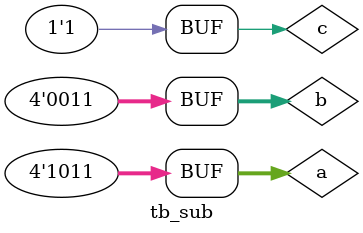
<source format=v>
`timescale 1ns / 1ps


module tb_sub(   );
reg [3:0]a,b;
reg c;
wire [3:0]diff;
subtractor s1(a,b,c,diff);
initial
begin
a=4'b0011;b=4'b1001;c=0;#40;
a=4'b1011;b=4'b0001;c=1;#40;
a=4'b1000;b=4'b0011;c=0;#40;
a=4'b0011;b=4'b1001;c=1;#40;
a=4'b1111;b=4'b0111;c=0;#40;
a=4'b1011;b=4'b0011;c=1;#40;

end

endmodule

</source>
